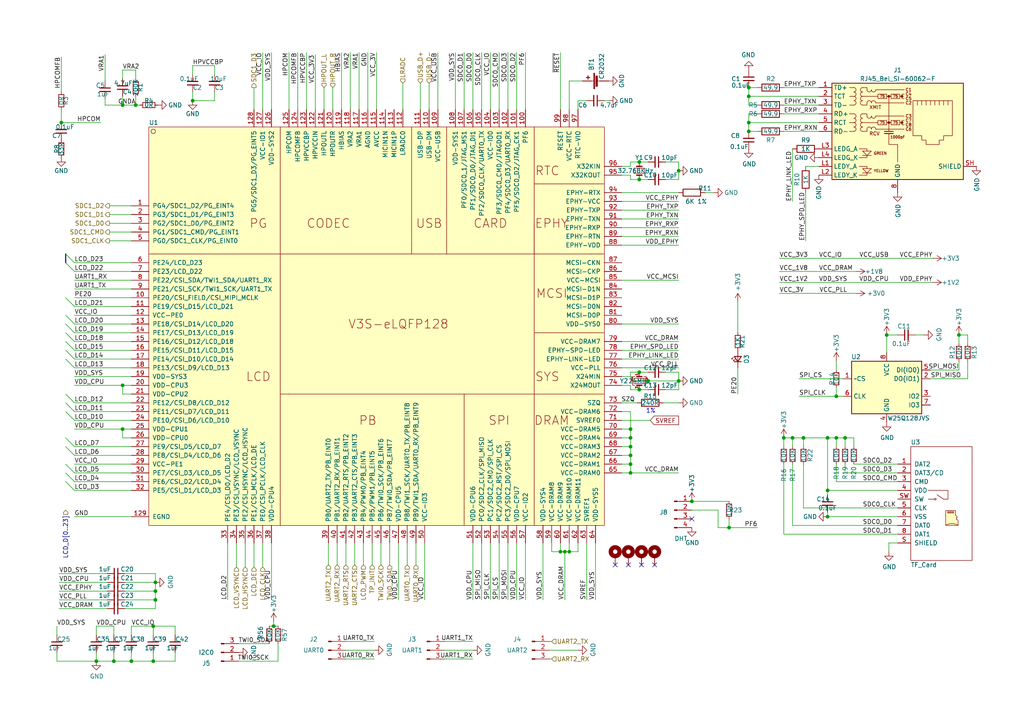
<source format=kicad_sch>
(kicad_sch (version 20210606) (generator eeschema)
  (paper "A4")
  (title_block (title "CPU") (date "2021-05-25"))
  (junction (at 17.78 35.56) (diameter 0.9144))
  (junction (at 27.94 191.77) (diameter 0.9144))
  (junction (at 33.02 191.77) (diameter 0.9144))
  (junction (at 35.56 30.48) (diameter 0.9144))
  (junction (at 35.56 111.76) (diameter 0.9144))
  (junction (at 35.56 124.46) (diameter 0.9144))
  (junction (at 38.1 191.77) (diameter 0.9144))
  (junction (at 39.37 30.48) (diameter 0.9144))
  (junction (at 44.45 181.61) (diameter 0.9144))
  (junction (at 44.45 191.77) (diameter 0.9144))
  (junction (at 45.085 168.91) (diameter 0.9144))
  (junction (at 45.085 171.45) (diameter 0.9144))
  (junction (at 45.085 173.99) (diameter 0.9144))
  (junction (at 55.88 29.21) (diameter 0.9144))
  (junction (at 79.375 181.61) (diameter 0.9144))
  (junction (at 162.56 160.02) (diameter 0.9144))
  (junction (at 163.83 160.02) (diameter 0.9144))
  (junction (at 165.1 160.02) (diameter 0.9144))
  (junction (at 182.88 124.46) (diameter 0.9144))
  (junction (at 182.88 127) (diameter 0.9144))
  (junction (at 182.88 129.54) (diameter 0.9144))
  (junction (at 182.88 132.08) (diameter 0.9144))
  (junction (at 182.88 134.62) (diameter 0.9144))
  (junction (at 182.88 137.16) (diameter 0.9144))
  (junction (at 185.42 46.99) (diameter 0.9144))
  (junction (at 185.42 52.07) (diameter 0.9144))
  (junction (at 185.42 107.95) (diameter 0.9144))
  (junction (at 185.42 113.03) (diameter 0.9144))
  (junction (at 187.96 110.49) (diameter 0.9144))
  (junction (at 196.85 49.53) (diameter 0.9144))
  (junction (at 196.85 110.49) (diameter 0.9144))
  (junction (at 200.66 145.415) (diameter 0.9144))
  (junction (at 211.455 153.035) (diameter 0.9144))
  (junction (at 217.17 25.4) (diameter 0.9144))
  (junction (at 217.17 27.94) (diameter 0.9144))
  (junction (at 217.17 35.56) (diameter 0.9144))
  (junction (at 217.17 38.1) (diameter 0.9144))
  (junction (at 227.33 127) (diameter 0.9144))
  (junction (at 229.87 127) (diameter 0.9144))
  (junction (at 233.045 127) (diameter 0.9144))
  (junction (at 240.03 127) (diameter 0.9144))
  (junction (at 240.03 142.24) (diameter 0.9144))
  (junction (at 240.03 149.86) (diameter 0.9144))
  (junction (at 242.57 114.935) (diameter 0.9144))
  (junction (at 242.57 127) (diameter 0.9144))
  (junction (at 245.11 127) (diameter 0.9144))
  (junction (at 257.175 97.155) (diameter 0.9144))
  (junction (at 278.13 97.155) (diameter 0.9144))
  (no_connect (at 178.435 163.83))
  (no_connect (at 182.245 163.83))
  (no_connect (at 186.055 163.83))
  (no_connect (at 189.865 163.83))
  (no_connect (at 200.66 150.495))
  (bus_entry (at 19.05 73.66) (size 2.54 2.54) (stroke (width 0.1524)))
  (bus_entry (at 19.05 76.2) (size 2.54 2.54) (stroke (width 0.1524)))
  (bus_entry (at 19.05 86.36) (size 2.54 2.54) (stroke (width 0.1524)))
  (bus_entry (at 19.05 91.44) (size 2.54 2.54) (stroke (width 0.1524)))
  (bus_entry (at 19.05 93.98) (size 2.54 2.54) (stroke (width 0.1524)))
  (bus_entry (at 19.05 96.52) (size 2.54 2.54) (stroke (width 0.1524)))
  (bus_entry (at 19.05 99.06) (size 2.54 2.54) (stroke (width 0.1524)))
  (bus_entry (at 19.05 101.6) (size 2.54 2.54) (stroke (width 0.1524)))
  (bus_entry (at 19.05 104.14) (size 2.54 2.54) (stroke (width 0.1524)))
  (bus_entry (at 19.05 114.3) (size 2.54 2.54) (stroke (width 0.1524)))
  (bus_entry (at 19.05 116.84) (size 2.54 2.54) (stroke (width 0.1524)))
  (bus_entry (at 19.05 119.38) (size 2.54 2.54) (stroke (width 0.1524)))
  (bus_entry (at 19.05 127) (size 2.54 2.54) (stroke (width 0.1524)))
  (bus_entry (at 19.05 129.54) (size 2.54 2.54) (stroke (width 0.1524)))
  (bus_entry (at 19.05 134.62) (size 2.54 2.54) (stroke (width 0.1524)))
  (bus_entry (at 19.05 137.16) (size 2.54 2.54) (stroke (width 0.1524)))
  (bus_entry (at 19.05 139.7) (size 2.54 2.54) (stroke (width 0.1524)))
  (wire (pts (xy 16.51 181.61) (xy 16.51 184.15)))
  (wire (pts (xy 16.51 191.77) (xy 16.51 189.23)))
  (wire (pts (xy 17.145 173.99) (xy 31.115 173.99)))
  (wire (pts (xy 17.145 176.53) (xy 31.115 176.53)))
  (wire (pts (xy 17.78 16.51) (xy 17.78 26.67)))
  (wire (pts (xy 17.78 31.75) (xy 17.78 35.56)))
  (wire (pts (xy 21.59 76.2) (xy 38.1 76.2)))
  (wire (pts (xy 21.59 78.74) (xy 38.1 78.74)))
  (wire (pts (xy 21.59 81.28) (xy 38.1 81.28)))
  (wire (pts (xy 21.59 83.82) (xy 38.1 83.82)))
  (wire (pts (xy 21.59 86.36) (xy 38.1 86.36)))
  (wire (pts (xy 21.59 91.44) (xy 38.1 91.44)))
  (wire (pts (xy 21.59 93.98) (xy 38.1 93.98)))
  (wire (pts (xy 21.59 99.06) (xy 38.1 99.06)))
  (wire (pts (xy 21.59 109.22) (xy 38.1 109.22)))
  (wire (pts (xy 21.59 111.76) (xy 35.56 111.76)))
  (wire (pts (xy 21.59 124.46) (xy 35.56 124.46)))
  (wire (pts (xy 21.59 134.62) (xy 38.1 134.62)))
  (wire (pts (xy 21.59 149.86) (xy 38.1 149.86)))
  (wire (pts (xy 27.94 181.61) (xy 27.94 184.15)))
  (wire (pts (xy 27.94 189.23) (xy 27.94 191.77)))
  (wire (pts (xy 27.94 191.77) (xy 16.51 191.77)))
  (wire (pts (xy 29.21 35.56) (xy 17.78 35.56)))
  (wire (pts (xy 30.48 23.495) (xy 30.48 15.875)))
  (wire (pts (xy 30.48 30.48) (xy 30.48 28.575)))
  (wire (pts (xy 31.115 166.37) (xy 17.145 166.37)))
  (wire (pts (xy 31.115 168.91) (xy 17.145 168.91)))
  (wire (pts (xy 31.115 171.45) (xy 17.145 171.45)))
  (wire (pts (xy 31.75 59.69) (xy 38.1 59.69)))
  (wire (pts (xy 31.75 62.23) (xy 38.1 62.23)))
  (wire (pts (xy 31.75 64.77) (xy 38.1 64.77)))
  (wire (pts (xy 31.75 67.31) (xy 38.1 67.31)))
  (wire (pts (xy 31.75 69.85) (xy 38.1 69.85)))
  (wire (pts (xy 33.02 181.61) (xy 27.94 181.61)))
  (wire (pts (xy 33.02 184.15) (xy 33.02 181.61)))
  (wire (pts (xy 33.02 189.23) (xy 33.02 191.77)))
  (wire (pts (xy 33.02 191.77) (xy 27.94 191.77)))
  (wire (pts (xy 35.56 20.32) (xy 39.37 20.32)))
  (wire (pts (xy 35.56 22.86) (xy 35.56 20.32)))
  (wire (pts (xy 35.56 27.94) (xy 35.56 30.48)))
  (wire (pts (xy 35.56 30.48) (xy 30.48 30.48)))
  (wire (pts (xy 35.56 111.76) (xy 35.56 114.3)))
  (wire (pts (xy 35.56 111.76) (xy 38.1 111.76)))
  (wire (pts (xy 35.56 114.3) (xy 38.1 114.3)))
  (wire (pts (xy 35.56 124.46) (xy 35.56 127)))
  (wire (pts (xy 35.56 124.46) (xy 38.1 124.46)))
  (wire (pts (xy 35.56 127) (xy 38.1 127)))
  (wire (pts (xy 36.195 173.99) (xy 45.085 173.99)))
  (wire (pts (xy 36.195 176.53) (xy 45.085 176.53)))
  (wire (pts (xy 38.1 88.9) (xy 21.59 88.9)))
  (wire (pts (xy 38.1 96.52) (xy 21.59 96.52)))
  (wire (pts (xy 38.1 101.6) (xy 21.59 101.6)))
  (wire (pts (xy 38.1 104.14) (xy 21.59 104.14)))
  (wire (pts (xy 38.1 106.68) (xy 21.59 106.68)))
  (wire (pts (xy 38.1 116.84) (xy 21.59 116.84)))
  (wire (pts (xy 38.1 119.38) (xy 21.59 119.38)))
  (wire (pts (xy 38.1 121.92) (xy 21.59 121.92)))
  (wire (pts (xy 38.1 129.54) (xy 21.59 129.54)))
  (wire (pts (xy 38.1 132.08) (xy 21.59 132.08)))
  (wire (pts (xy 38.1 137.16) (xy 21.59 137.16)))
  (wire (pts (xy 38.1 139.7) (xy 21.59 139.7)))
  (wire (pts (xy 38.1 142.24) (xy 21.59 142.24)))
  (wire (pts (xy 38.1 181.61) (xy 38.1 184.15)))
  (wire (pts (xy 38.1 189.23) (xy 38.1 191.77)))
  (wire (pts (xy 38.1 191.77) (xy 33.02 191.77)))
  (wire (pts (xy 38.1 191.77) (xy 44.45 191.77)))
  (wire (pts (xy 39.37 20.32) (xy 39.37 22.86)))
  (wire (pts (xy 39.37 27.94) (xy 39.37 30.48)))
  (wire (pts (xy 39.37 30.48) (xy 35.56 30.48)))
  (wire (pts (xy 40.64 30.48) (xy 39.37 30.48)))
  (wire (pts (xy 44.45 181.61) (xy 38.1 181.61)))
  (wire (pts (xy 44.45 184.15) (xy 44.45 181.61)))
  (wire (pts (xy 44.45 191.77) (xy 44.45 189.23)))
  (wire (pts (xy 44.45 191.77) (xy 50.8 191.77)))
  (wire (pts (xy 45.085 166.37) (xy 36.195 166.37)))
  (wire (pts (xy 45.085 166.37) (xy 45.085 168.91)))
  (wire (pts (xy 45.085 168.91) (xy 36.195 168.91)))
  (wire (pts (xy 45.085 168.91) (xy 45.085 171.45)))
  (wire (pts (xy 45.085 171.45) (xy 36.195 171.45)))
  (wire (pts (xy 45.085 173.99) (xy 45.085 171.45)))
  (wire (pts (xy 45.085 176.53) (xy 45.085 173.99)))
  (wire (pts (xy 50.8 181.61) (xy 44.45 181.61)))
  (wire (pts (xy 50.8 184.15) (xy 50.8 181.61)))
  (wire (pts (xy 50.8 191.77) (xy 50.8 189.23)))
  (wire (pts (xy 55.88 19.05) (xy 62.23 19.05)))
  (wire (pts (xy 55.88 21.59) (xy 55.88 19.05)))
  (wire (pts (xy 55.88 26.67) (xy 55.88 29.21)))
  (wire (pts (xy 55.88 29.21) (xy 62.23 29.21)))
  (wire (pts (xy 62.23 19.05) (xy 62.23 21.59)))
  (wire (pts (xy 62.23 26.67) (xy 62.23 29.21)))
  (wire (pts (xy 66.04 157.48) (xy 66.04 173.99)))
  (wire (pts (xy 68.58 157.48) (xy 68.58 164.465)))
  (wire (pts (xy 69.215 186.69) (xy 78.105 186.69)))
  (wire (pts (xy 69.215 191.77) (xy 80.645 191.77)))
  (wire (pts (xy 71.12 157.48) (xy 71.12 164.465)))
  (wire (pts (xy 73.66 25.4) (xy 73.66 31.75)))
  (wire (pts (xy 73.66 157.48) (xy 73.66 164.465)))
  (wire (pts (xy 76.2 15.24) (xy 76.2 31.75)))
  (wire (pts (xy 76.2 157.48) (xy 76.2 164.465)))
  (wire (pts (xy 78.105 181.61) (xy 79.375 181.61)))
  (wire (pts (xy 78.74 15.24) (xy 78.74 31.75)))
  (wire (pts (xy 78.74 173.99) (xy 78.74 157.48)))
  (wire (pts (xy 79.375 180.34) (xy 79.375 181.61)))
  (wire (pts (xy 79.375 181.61) (xy 80.645 181.61)))
  (wire (pts (xy 80.645 186.69) (xy 80.645 191.77)))
  (wire (pts (xy 83.82 15.24) (xy 83.82 31.75)))
  (wire (pts (xy 86.36 15.24) (xy 86.36 31.75)))
  (wire (pts (xy 88.9 15.24) (xy 88.9 31.75)))
  (wire (pts (xy 91.44 15.875) (xy 91.44 31.75)))
  (wire (pts (xy 93.98 25.4) (xy 93.98 31.75)))
  (wire (pts (xy 95.25 163.83) (xy 95.25 157.48)))
  (wire (pts (xy 96.52 25.4) (xy 96.52 31.75)))
  (wire (pts (xy 97.79 163.83) (xy 97.79 157.48)))
  (wire (pts (xy 99.06 15.24) (xy 99.06 31.75)))
  (wire (pts (xy 100.33 163.83) (xy 100.33 157.48)))
  (wire (pts (xy 100.33 186.055) (xy 108.585 186.055)))
  (wire (pts (xy 100.33 188.595) (xy 108.585 188.595)))
  (wire (pts (xy 100.33 191.135) (xy 108.585 191.135)))
  (wire (pts (xy 101.6 15.24) (xy 101.6 31.75)))
  (wire (pts (xy 102.87 163.83) (xy 102.87 157.48)))
  (wire (pts (xy 104.14 15.24) (xy 104.14 31.75)))
  (wire (pts (xy 105.41 163.83) (xy 105.41 157.48)))
  (wire (pts (xy 106.68 15.24) (xy 106.68 31.75)))
  (wire (pts (xy 107.95 163.83) (xy 107.95 157.48)))
  (wire (pts (xy 109.22 15.24) (xy 109.22 31.75)))
  (wire (pts (xy 110.49 163.83) (xy 110.49 157.48)))
  (wire (pts (xy 113.03 163.83) (xy 113.03 157.48)))
  (wire (pts (xy 115.57 173.99) (xy 115.57 157.48)))
  (wire (pts (xy 116.84 24.13) (xy 116.84 31.75)))
  (wire (pts (xy 118.11 163.83) (xy 118.11 157.48)))
  (wire (pts (xy 120.65 163.83) (xy 120.65 157.48)))
  (wire (pts (xy 121.92 24.13) (xy 121.92 31.75)))
  (wire (pts (xy 123.19 173.99) (xy 123.19 157.48)))
  (wire (pts (xy 124.46 24.13) (xy 124.46 31.75)))
  (wire (pts (xy 127 15.24) (xy 127 31.75)))
  (wire (pts (xy 128.905 186.055) (xy 137.16 186.055)))
  (wire (pts (xy 128.905 188.595) (xy 137.16 188.595)))
  (wire (pts (xy 128.905 191.135) (xy 137.16 191.135)))
  (wire (pts (xy 132.08 15.24) (xy 132.08 31.75)))
  (wire (pts (xy 134.62 15.24) (xy 134.62 31.75)))
  (wire (pts (xy 137.16 15.24) (xy 137.16 31.75)))
  (wire (pts (xy 137.16 173.99) (xy 137.16 157.48)))
  (wire (pts (xy 139.7 15.24) (xy 139.7 31.75)))
  (wire (pts (xy 139.7 157.48) (xy 139.7 173.99)))
  (wire (pts (xy 142.24 15.24) (xy 142.24 31.75)))
  (wire (pts (xy 142.24 173.99) (xy 142.24 157.48)))
  (wire (pts (xy 144.78 15.24) (xy 144.78 31.75)))
  (wire (pts (xy 144.78 157.48) (xy 144.78 173.99)))
  (wire (pts (xy 147.32 15.24) (xy 147.32 31.75)))
  (wire (pts (xy 147.32 157.48) (xy 147.32 173.99)))
  (wire (pts (xy 149.86 15.24) (xy 149.86 31.75)))
  (wire (pts (xy 149.86 173.99) (xy 149.86 157.48)))
  (wire (pts (xy 152.4 15.24) (xy 152.4 31.75)))
  (wire (pts (xy 152.4 173.99) (xy 152.4 157.48)))
  (wire (pts (xy 157.48 173.99) (xy 157.48 157.48)))
  (wire (pts (xy 159.385 186.055) (xy 160.02 186.055)))
  (wire (pts (xy 159.385 188.595) (xy 167.64 188.595)))
  (wire (pts (xy 159.385 191.135) (xy 160.02 191.135)))
  (wire (pts (xy 160.02 160.02) (xy 160.02 157.48)))
  (wire (pts (xy 162.56 15.24) (xy 162.56 31.75)))
  (wire (pts (xy 162.56 157.48) (xy 162.56 160.02)))
  (wire (pts (xy 162.56 160.02) (xy 160.02 160.02)))
  (wire (pts (xy 163.83 160.02) (xy 162.56 160.02)))
  (wire (pts (xy 163.83 173.99) (xy 163.83 160.02)))
  (wire (pts (xy 165.1 23.495) (xy 165.1 31.75)))
  (wire (pts (xy 165.1 23.495) (xy 168.91 23.495)))
  (wire (pts (xy 165.1 157.48) (xy 165.1 160.02)))
  (wire (pts (xy 165.1 160.02) (xy 163.83 160.02)))
  (wire (pts (xy 167.64 29.21) (xy 170.18 29.21)))
  (wire (pts (xy 167.64 31.75) (xy 167.64 29.21)))
  (wire (pts (xy 167.64 157.48) (xy 167.64 160.02)))
  (wire (pts (xy 167.64 160.02) (xy 165.1 160.02)))
  (wire (pts (xy 170.18 157.48) (xy 170.18 173.99)))
  (wire (pts (xy 172.72 173.99) (xy 172.72 157.48)))
  (wire (pts (xy 176.53 29.21) (xy 175.26 29.21)))
  (wire (pts (xy 180.34 50.8) (xy 182.88 50.8)))
  (wire (pts (xy 180.34 55.88) (xy 196.85 55.88)))
  (wire (pts (xy 180.34 58.42) (xy 196.85 58.42)))
  (wire (pts (xy 180.34 60.96) (xy 196.85 60.96)))
  (wire (pts (xy 180.34 63.5) (xy 196.85 63.5)))
  (wire (pts (xy 180.34 66.04) (xy 196.85 66.04)))
  (wire (pts (xy 180.34 68.58) (xy 196.85 68.58)))
  (wire (pts (xy 180.34 71.12) (xy 196.85 71.12)))
  (wire (pts (xy 180.34 93.98) (xy 196.85 93.98)))
  (wire (pts (xy 180.34 99.06) (xy 196.85 99.06)))
  (wire (pts (xy 180.34 101.6) (xy 196.85 101.6)))
  (wire (pts (xy 180.34 104.14) (xy 196.85 104.14)))
  (wire (pts (xy 180.34 106.68) (xy 196.85 106.68)))
  (wire (pts (xy 180.34 111.76) (xy 182.88 111.76)))
  (wire (pts (xy 180.34 116.84) (xy 184.785 116.84)))
  (wire (pts (xy 180.34 119.38) (xy 182.88 119.38)))
  (wire (pts (xy 180.34 121.92) (xy 188.595 121.92)))
  (wire (pts (xy 180.34 124.46) (xy 182.88 124.46)))
  (wire (pts (xy 180.34 129.54) (xy 182.88 129.54)))
  (wire (pts (xy 180.34 132.08) (xy 182.88 132.08)))
  (wire (pts (xy 180.34 137.16) (xy 182.88 137.16)))
  (wire (pts (xy 182.88 46.99) (xy 182.88 48.26)))
  (wire (pts (xy 182.88 48.26) (xy 180.34 48.26)))
  (wire (pts (xy 182.88 50.8) (xy 182.88 52.07)))
  (wire (pts (xy 182.88 52.07) (xy 185.42 52.07)))
  (wire (pts (xy 182.88 107.95) (xy 182.88 109.22)))
  (wire (pts (xy 182.88 109.22) (xy 180.34 109.22)))
  (wire (pts (xy 182.88 110.49) (xy 187.96 110.49)))
  (wire (pts (xy 182.88 111.76) (xy 182.88 113.03)))
  (wire (pts (xy 182.88 113.03) (xy 185.42 113.03)))
  (wire (pts (xy 182.88 119.38) (xy 182.88 124.46)))
  (wire (pts (xy 182.88 124.46) (xy 182.88 127)))
  (wire (pts (xy 182.88 127) (xy 180.34 127)))
  (wire (pts (xy 182.88 127) (xy 182.88 129.54)))
  (wire (pts (xy 182.88 129.54) (xy 182.88 132.08)))
  (wire (pts (xy 182.88 132.08) (xy 182.88 134.62)))
  (wire (pts (xy 182.88 134.62) (xy 180.34 134.62)))
  (wire (pts (xy 182.88 134.62) (xy 182.88 137.16)))
  (wire (pts (xy 182.88 137.16) (xy 196.85 137.16)))
  (wire (pts (xy 185.42 46.99) (xy 182.88 46.99)))
  (wire (pts (xy 185.42 52.07) (xy 187.96 52.07)))
  (wire (pts (xy 185.42 107.95) (xy 182.88 107.95)))
  (wire (pts (xy 185.42 113.03) (xy 187.96 113.03)))
  (wire (pts (xy 187.96 46.99) (xy 185.42 46.99)))
  (wire (pts (xy 187.96 107.95) (xy 185.42 107.95)))
  (wire (pts (xy 187.96 110.49) (xy 196.85 110.49)))
  (wire (pts (xy 193.04 46.99) (xy 196.85 46.99)))
  (wire (pts (xy 193.04 107.95) (xy 196.85 107.95)))
  (wire (pts (xy 196.85 46.99) (xy 196.85 49.53)))
  (wire (pts (xy 196.85 49.53) (xy 196.85 52.07)))
  (wire (pts (xy 196.85 52.07) (xy 193.04 52.07)))
  (wire (pts (xy 196.85 81.28) (xy 180.34 81.28)))
  (wire (pts (xy 196.85 107.95) (xy 196.85 110.49)))
  (wire (pts (xy 196.85 110.49) (xy 196.85 113.03)))
  (wire (pts (xy 196.85 113.03) (xy 193.04 113.03)))
  (wire (pts (xy 196.85 116.84) (xy 192.405 116.84)))
  (wire (pts (xy 200.66 145.415) (xy 211.455 145.415)))
  (wire (pts (xy 200.66 147.955) (xy 208.28 147.955)))
  (wire (pts (xy 207.01 55.88) (xy 204.47 55.88)))
  (wire (pts (xy 208.28 147.955) (xy 208.28 153.035)))
  (wire (pts (xy 208.28 153.035) (xy 211.455 153.035)))
  (wire (pts (xy 211.455 150.495) (xy 211.455 153.035)))
  (wire (pts (xy 211.455 153.035) (xy 219.71 153.035)))
  (wire (pts (xy 213.995 87.63) (xy 213.995 96.52)))
  (wire (pts (xy 213.995 106.68) (xy 213.995 114.3)))
  (wire (pts (xy 217.17 25.4) (xy 217.17 27.94)))
  (wire (pts (xy 217.17 25.4) (xy 219.71 25.4)))
  (wire (pts (xy 217.17 27.94) (xy 217.17 30.48)))
  (wire (pts (xy 217.17 30.48) (xy 219.71 30.48)))
  (wire (pts (xy 217.17 33.02) (xy 219.71 33.02)))
  (wire (pts (xy 217.17 35.56) (xy 217.17 33.02)))
  (wire (pts (xy 217.17 35.56) (xy 217.17 38.1)))
  (wire (pts (xy 217.17 35.56) (xy 237.49 35.56)))
  (wire (pts (xy 219.71 38.1) (xy 217.17 38.1)))
  (wire (pts (xy 226.06 74.93) (xy 270.51 74.93)))
  (wire (pts (xy 226.06 78.74) (xy 248.285 78.74)))
  (wire (pts (xy 226.06 81.915) (xy 270.51 81.915)))
  (wire (pts (xy 226.06 85.09) (xy 248.285 85.09)))
  (wire (pts (xy 227.33 25.4) (xy 237.49 25.4)))
  (wire (pts (xy 227.33 30.48) (xy 237.49 30.48)))
  (wire (pts (xy 227.33 33.02) (xy 237.49 33.02)))
  (wire (pts (xy 227.33 38.1) (xy 237.49 38.1)))
  (wire (pts (xy 227.33 127) (xy 227.33 129.54)))
  (wire (pts (xy 227.33 127) (xy 229.87 127)))
  (wire (pts (xy 227.33 134.62) (xy 227.33 154.94)))
  (wire (pts (xy 227.33 154.94) (xy 260.35 154.94)))
  (wire (pts (xy 229.87 58.42) (xy 229.87 43.18)))
  (wire (pts (xy 229.87 127) (xy 229.87 129.54)))
  (wire (pts (xy 229.87 127) (xy 233.045 127)))
  (wire (pts (xy 229.87 152.4) (xy 229.87 134.62)))
  (wire (pts (xy 229.87 152.4) (xy 260.35 152.4)))
  (wire (pts (xy 231.775 109.855) (xy 244.475 109.855)))
  (wire (pts (xy 231.775 114.935) (xy 242.57 114.935)))
  (wire (pts (xy 233.045 127) (xy 233.045 129.54)))
  (wire (pts (xy 233.045 127) (xy 240.03 127)))
  (wire (pts (xy 233.045 134.62) (xy 233.045 147.32)))
  (wire (pts (xy 233.045 147.32) (xy 260.35 147.32)))
  (wire (pts (xy 233.68 48.26) (xy 237.49 48.26)))
  (wire (pts (xy 233.68 69.85) (xy 233.68 55.88)))
  (wire (pts (xy 237.49 27.94) (xy 217.17 27.94)))
  (wire (pts (xy 240.03 127) (xy 240.03 142.24)))
  (wire (pts (xy 240.03 142.24) (xy 240.03 143.51)))
  (wire (pts (xy 240.03 148.59) (xy 240.03 149.86)))
  (wire (pts (xy 240.03 149.86) (xy 260.35 149.86)))
  (wire (pts (xy 242.57 104.775) (xy 242.57 107.315)))
  (wire (pts (xy 242.57 112.395) (xy 242.57 114.935)))
  (wire (pts (xy 242.57 114.935) (xy 244.475 114.935)))
  (wire (pts (xy 242.57 127) (xy 240.03 127)))
  (wire (pts (xy 242.57 127) (xy 242.57 129.54)))
  (wire (pts (xy 242.57 139.7) (xy 242.57 134.62)))
  (wire (pts (xy 242.57 139.7) (xy 260.35 139.7)))
  (wire (pts (xy 245.11 127) (xy 242.57 127)))
  (wire (pts (xy 245.11 127) (xy 245.11 129.54)))
  (wire (pts (xy 245.11 137.16) (xy 245.11 134.62)))
  (wire (pts (xy 245.11 137.16) (xy 260.35 137.16)))
  (wire (pts (xy 247.65 127) (xy 245.11 127)))
  (wire (pts (xy 247.65 127) (xy 247.65 129.54)))
  (wire (pts (xy 257.175 102.235) (xy 257.175 97.155)))
  (wire (pts (xy 257.81 157.48) (xy 260.35 157.48)))
  (wire (pts (xy 257.81 160.02) (xy 257.81 157.48)))
  (wire (pts (xy 260.35 97.155) (xy 257.175 97.155)))
  (wire (pts (xy 260.35 134.62) (xy 247.65 134.62)))
  (wire (pts (xy 260.35 142.24) (xy 240.03 142.24)))
  (wire (pts (xy 265.43 97.155) (xy 267.97 97.155)))
  (wire (pts (xy 269.875 107.315) (xy 278.13 107.315)))
  (wire (pts (xy 269.875 109.855) (xy 280.67 109.855)))
  (wire (pts (xy 278.13 97.155) (xy 278.13 99.695)))
  (wire (pts (xy 278.13 97.155) (xy 280.67 97.155)))
  (wire (pts (xy 278.13 104.775) (xy 278.13 107.315)))
  (wire (pts (xy 280.67 97.155) (xy 280.67 99.695)))
  (wire (pts (xy 280.67 104.775) (xy 280.67 109.855)))
  (bus (pts (xy 19.05 73.66) (xy 19.05 147.955)))
  (text "1%" (at 187.325 120.015 0) (effects (font (size 1.27 1.27)) (justify left bottom)))
  (label "VDD_SYS" (at 16.51 181.61 0))
  (label "VDD_SYS" (at 17.145 166.37 0))
  (label "VDD_CPU" (at 17.145 168.91 0))
  (label "VCC_EPHY" (at 17.145 171.45 0))
  (label "VCC_PLL" (at 17.145 173.99 0))
  (label "VCC_DRAM" (at 17.145 176.53 0))
  (label "HPCOMFB" (at 17.78 16.51 270))
  (label "LCD_D23" (at 21.59 76.2 0))
  (label "LCD_D22" (at 21.59 78.74 0))
  (label "UART1_RX" (at 21.59 81.28 0))
  (label "UART1_TX" (at 21.59 83.82 0))
  (label "PE20" (at 21.59 86.36 0))
  (label "LCD_D21" (at 21.59 88.9 0))
  (label "VCC_IO" (at 21.59 91.44 0))
  (label "LCD_D20" (at 21.59 93.98 0))
  (label "LCD_D19" (at 21.59 96.52 0))
  (label "LCD_D18" (at 21.59 99.06 0))
  (label "LCD_D15" (at 21.59 101.6 0))
  (label "LCD_D14" (at 21.59 104.14 0))
  (label "LCD_D13" (at 21.59 106.68 0))
  (label "VDD_SYS" (at 21.59 109.22 0))
  (label "VDD_CPU" (at 21.59 111.76 0))
  (label "LCD_D12" (at 21.59 116.84 0))
  (label "LCD_D11" (at 21.59 119.38 0))
  (label "LCD_D10" (at 21.59 121.92 0))
  (label "VDD_CPU" (at 21.59 124.46 0))
  (label "LCD_D7" (at 21.59 129.54 0))
  (label "LCD_D6" (at 21.59 132.08 0))
  (label "VCC_IO" (at 21.59 134.62 0))
  (label "LCD_D5" (at 21.59 137.16 0))
  (label "LCD_D4" (at 21.59 139.7 0))
  (label "LCD_D3" (at 21.59 142.24 0))
  (label "GND" (at 21.59 149.86 0))
  (label "VDD_CPU" (at 27.94 181.61 0))
  (label "HPCOM" (at 29.21 35.56 180))
  (label "VRA1" (at 30.48 15.875 270))
  (label "VRA2" (at 35.56 20.32 0))
  (label "VCC_IO" (at 38.1 181.61 0))
  (label "GNDA" (at 39.37 30.48 180))
  (label "HPVCCBP" (at 55.88 19.05 0))
  (label "LCD_D2" (at 66.04 173.99 90))
  (label "VCC_IO" (at 76.2 15.24 270))
  (label "TWI0_SDA" (at 78.105 186.69 180))
  (label "TWI0_SCK" (at 78.105 191.77 180))
  (label "VDD_SYS" (at 78.74 15.24 270))
  (label "VDD_CPU" (at 78.74 173.99 90))
  (label "HPCOM" (at 83.82 15.24 270))
  (label "HPCOMFB" (at 86.36 15.24 270))
  (label "HPVCCBP" (at 88.9 15.24 270))
  (label "VCC_3V3" (at 91.44 15.875 270))
  (label "HBIAS" (at 99.06 15.24 270))
  (label "VRA2" (at 101.6 15.24 270))
  (label "VRA1" (at 104.14 15.24 270))
  (label "GND" (at 106.68 15.24 270))
  (label "UART0_TX" (at 108.585 186.055 180))
  (label "UART0_RX" (at 108.585 191.135 180))
  (label "VCC_3V" (at 109.22 15.24 270))
  (label "VDD_CPU" (at 115.57 173.99 90))
  (label "VCC_IO" (at 123.19 173.99 90))
  (label "VCC_USB" (at 127 15.24 270))
  (label "VDD_SYS" (at 132.08 15.24 270))
  (label "SDC0_D1" (at 134.62 15.24 270))
  (label "SDC0_D0" (at 137.16 15.24 270))
  (label "VDD_CPU" (at 137.16 173.99 90))
  (label "UART1_TX" (at 137.16 186.055 180))
  (label "UART1_RX" (at 137.16 191.135 180))
  (label "SDC0_CLK" (at 139.7 15.24 270))
  (label "SPI_MISO" (at 139.7 173.99 90))
  (label "VCC_IO" (at 142.24 15.24 270))
  (label "SPI_CLK" (at 142.24 173.99 90))
  (label "SDC0_CMD" (at 144.78 15.24 270))
  (label "SPI_CS" (at 144.78 173.99 90))
  (label "SDC0_D3" (at 147.32 15.24 270))
  (label "SPI_MOSI" (at 147.32 173.99 90))
  (label "SDC0_D2" (at 149.86 15.24 270))
  (label "VDD_CPU" (at 149.86 173.99 90))
  (label "PF6" (at 152.4 15.24 270))
  (label "VCC_IO" (at 152.4 173.99 90))
  (label "VDD_SYS" (at 157.48 173.99 90))
  (label "~{RESET}" (at 162.56 15.24 270))
  (label "VCC_DRAM" (at 163.83 173.99 90))
  (label "SVREF" (at 170.18 173.99 90))
  (label "VDD_SYS" (at 172.72 173.99 90))
  (label "SZQ" (at 184.15 116.84 180))
  (label "VCC_EPHY" (at 196.85 58.42 180))
  (label "EPHY_TXP" (at 196.85 60.96 180))
  (label "EPHY_TXN" (at 196.85 63.5 180))
  (label "EPHY_RXP" (at 196.85 66.04 180))
  (label "EPHY_RXN" (at 196.85 68.58 180))
  (label "VDD_EPHY" (at 196.85 71.12 180))
  (label "VCC_MCSI" (at 196.85 81.28 180))
  (label "VDD_SYS" (at 196.85 93.98 180))
  (label "VCC_DRAM" (at 196.85 99.06 180))
  (label "EPHY_SPD_LED" (at 196.85 101.6 180))
  (label "EPHY_LINK_LED" (at 196.85 104.14 180))
  (label "VCC_PLL" (at 196.85 106.68 180))
  (label "VCC_DRAM" (at 196.85 137.16 180))
  (label "PE20" (at 213.995 114.3 90))
  (label "PF6" (at 219.71 153.035 180))
  (label "VCC_3V3" (at 226.06 74.93 0))
  (label "VCC_1V8" (at 226.06 78.74 0))
  (label "VCC_1V2" (at 226.06 81.915 0))
  (label "VCC_3V" (at 226.06 85.09 0))
  (label "EPHY_TXP" (at 227.33 25.4 0))
  (label "EPHY_TXN" (at 227.33 30.48 0))
  (label "EPHY_RXP" (at 227.33 33.02 0))
  (label "EPHY_RXN" (at 227.33 38.1 0))
  (label "EPHY_LINK_LED" (at 229.87 58.42 90))
  (label "SPI_CS" (at 231.775 109.855 0))
  (label "SPI_CLK" (at 231.775 114.935 0))
  (label "EPHY_SPD_LED" (at 233.68 69.85 90))
  (label "VCC_IO" (at 237.49 74.93 0))
  (label "VCC_DRAM" (at 237.49 78.74 0))
  (label "VDD_SYS" (at 237.49 81.915 0))
  (label "VCC_PLL" (at 245.745 85.09 180))
  (label "SDC0_D2" (at 250.19 134.62 0))
  (label "SDC0_D3" (at 250.19 137.16 0))
  (label "SDC0_CMD" (at 250.19 139.7 0))
  (label "SDC0_CLK" (at 250.19 147.32 0))
  (label "SDC0_D0" (at 250.19 152.4 0))
  (label "SDC0_D1" (at 250.19 154.94 0))
  (label "VCC_USB" (at 257.81 74.93 180))
  (label "VDD_CPU" (at 257.81 81.915 180))
  (label "VCC_EPHY" (at 270.51 74.93 180))
  (label "VDD_EPHY" (at 270.51 81.915 180))
  (label "SPI_MOSI" (at 278.13 107.315 180))
  (label "SPI_MISO" (at 278.765 109.855 180))
  (global_label "SVREF" (shape input) (at 188.595 121.92 0) (property "Intersheet References" "${INTERSHEET_REFS}" (effects hide)))
  (hierarchical_label "LCD_D[0..23]" (shape input) (at 19.05 147.955 270))
  (hierarchical_label "SDC1_D2" (shape output) (at 31.75 59.69 180))
  (hierarchical_label "SDC1_D1" (shape output) (at 31.75 62.23 180))
  (hierarchical_label "SDC1_D0" (shape output) (at 31.75 64.77 180))
  (hierarchical_label "SDC1_CMD" (shape output) (at 31.75 67.31 180))
  (hierarchical_label "SDC1_CLK" (shape output) (at 31.75 69.85 180))
  (hierarchical_label "LCD_VSYNC" (shape input) (at 68.58 164.465 270))
  (hierarchical_label "LCD_HSYNC" (shape input) (at 71.12 164.465 270))
  (hierarchical_label "SDC1_D3" (shape output) (at 73.66 25.4 90))
  (hierarchical_label "LCD_DE" (shape input) (at 73.66 164.465 270))
  (hierarchical_label "LCD_CLK" (shape input) (at 76.2 164.465 270))
  (hierarchical_label "HPOUT_L" (shape input) (at 93.98 25.4 90))
  (hierarchical_label "UART2_TX" (shape input) (at 95.25 163.83 270))
  (hierarchical_label "HPOUT_R" (shape input) (at 96.52 25.4 90))
  (hierarchical_label "UART2_RX" (shape input) (at 97.79 163.83 270))
  (hierarchical_label "UART2_RTS" (shape input) (at 100.33 163.83 270))
  (hierarchical_label "UART2_CTS" (shape input) (at 102.87 163.83 270))
  (hierarchical_label "LCD_PWM" (shape input) (at 105.41 163.83 270))
  (hierarchical_label "TP_INIT" (shape input) (at 107.95 163.83 270))
  (hierarchical_label "TWI0_SCK" (shape input) (at 110.49 163.83 270))
  (hierarchical_label "TWI0_SDA" (shape input) (at 113.03 163.83 270))
  (hierarchical_label "LRADC" (shape input) (at 116.84 24.13 90))
  (hierarchical_label "UART0_TX" (shape input) (at 118.11 163.83 270))
  (hierarchical_label "UART0_RX" (shape input) (at 120.65 163.83 270))
  (hierarchical_label "USB_D+" (shape input) (at 121.92 24.13 90))
  (hierarchical_label "USB_D-" (shape input) (at 124.46 24.13 90))
  (hierarchical_label "UART2_TX" (shape input) (at 160.02 186.055 0))
  (hierarchical_label "UART2_RX" (shape input) (at 160.02 191.135 0))
  (symbol (lib_id "power:+3V3") (at 79.375 180.34 0) (unit 1)
    (property "Reference" "#PWR0138" (effects hide))
    (property "Value" "+3V3" (at 79.3749 177.8 90) (effects (justify left)))
  )
  (symbol (lib_id "power:+3V3") (at 200.66 145.415 0) (unit 1)
    (property "Reference" "#PWR026" (effects hide))
    (property "Value" "+3V3" (at 200.6599 142.875 90) (effects (justify left)))
  )
  (symbol (lib_id "power:+3V3") (at 213.995 87.63 0) (unit 1)
    (property "Reference" "#PWR0109" (effects hide))
    (property "Value" "+3V3" (at 213.9949 84.455 90) (effects (justify left)))
  )
  (symbol (lib_id "power:+3V3") (at 227.33 127 0) (unit 1)
    (property "Reference" "#PWR025" (effects hide))
    (property "Value" "+3V3" (at 227.3299 124.46 90) (effects (justify left)))
  )
  (symbol (lib_id "power:+3V3") (at 242.57 104.775 0) (unit 1)
    (property "Reference" "#PWR021" (effects hide))
    (property "Value" "+3V3" (at 242.5699 102.235 90) (effects (justify left)))
  )
  (symbol (lib_id "power:+1V8") (at 248.285 78.74 270) (unit 1)
    (property "Reference" "#PWR015" (effects hide))
    (property "Value" "+1V8" (at 250.825 78.7399 90) (effects (justify left)))
  )
  (symbol (lib_id "power:+3V0") (at 248.285 85.09 270) (unit 1)
    (property "Reference" "#PWR017" (effects hide))
    (property "Value" "+3V0" (at 251.46 85.0899 90) (effects (justify left)))
  )
  (symbol (lib_id "power:+3V3") (at 257.175 97.155 0) (unit 1)
    (property "Reference" "#PWR018" (effects hide))
    (property "Value" "+3V3" (at 257.1749 94.615 90) (effects (justify left)))
  )
  (symbol (lib_id "power:+3V3") (at 270.51 74.93 270) (unit 1)
    (property "Reference" "#PWR014" (effects hide))
    (property "Value" "+3V3" (at 273.05 74.9299 90) (effects (justify left)))
  )
  (symbol (lib_id "power:+1V2") (at 270.51 81.915 270) (unit 1)
    (property "Reference" "#PWR016" (effects hide))
    (property "Value" "+1V2" (at 273.05 81.9149 90) (effects (justify left)))
  )
  (symbol (lib_id "power:+3V3") (at 278.13 97.155 0) (unit 1)
    (property "Reference" "#PWR020" (effects hide))
    (property "Value" "+3V3" (at 278.1299 94.615 90) (effects (justify left)))
  )
  (symbol (lib_id "power:GND") (at 17.78 45.72 0) (mirror y) (unit 1)
    (property "Reference" "#PWR07" (effects hide))
    (property "Value" "GND" (at 17.78 49.53 0))
  )
  (symbol (lib_id "power:GND") (at 27.94 191.77 0) (unit 1)
    (property "Reference" "#PWR0122" (effects hide))
    (property "Value" "GND" (at 28.067 196.1642 0))
  )
  (symbol (lib_id "power:GND") (at 45.085 168.91 90) (unit 1)
    (property "Reference" "#PWR0123" (effects hide))
    (property "Value" "GND" (at 49.4792 168.783 0))
  )
  (symbol (lib_id "power:GND") (at 45.72 30.48 90) (unit 1)
    (property "Reference" "#PWR05" (effects hide))
    (property "Value" "GND" (at 50.8 30.48 90))
  )
  (symbol (lib_id "power:GND") (at 55.88 29.21 0) (unit 1)
    (property "Reference" "#PWR03" (effects hide))
    (property "Value" "GND" (at 55.88 33.02 0))
  )
  (symbol (lib_id "power:GND") (at 69.215 189.23 90) (unit 1)
    (property "Reference" "#PWR034" (effects hide))
    (property "Value" "GND" (at 73.6092 189.103 0))
  )
  (symbol (lib_id "power:GND") (at 108.585 188.595 90) (unit 1)
    (property "Reference" "#PWR0130" (effects hide))
    (property "Value" "GND" (at 112.9792 188.468 0))
  )
  (symbol (lib_id "power:GND") (at 137.16 188.595 90) (unit 1)
    (property "Reference" "#PWR032" (effects hide))
    (property "Value" "GND" (at 141.5542 188.468 0))
  )
  (symbol (lib_id "power:GND") (at 167.64 188.595 90) (unit 1)
    (property "Reference" "#PWR033" (effects hide))
    (property "Value" "GND" (at 172.0342 188.468 0))
  )
  (symbol (lib_id "power:GND") (at 176.53 23.495 90) (unit 1)
    (property "Reference" "#PWR02" (effects hide))
    (property "Value" "GND" (at 180.34 23.495 0))
  )
  (symbol (lib_id "power:GND") (at 176.53 29.21 90) (unit 1)
    (property "Reference" "#PWR04" (effects hide))
    (property "Value" "GND" (at 181.61 29.21 90))
  )
  (symbol (lib_id "power:GND") (at 196.85 49.53 90) (unit 1)
    (property "Reference" "#PWR010" (effects hide))
    (property "Value" "GND" (at 201.93 49.53 90))
  )
  (symbol (lib_id "power:GND") (at 196.85 110.49 90) (unit 1)
    (property "Reference" "#PWR022" (effects hide))
    (property "Value" "GND" (at 201.93 110.49 90))
  )
  (symbol (lib_id "power:GND") (at 196.85 116.84 90) (unit 1)
    (property "Reference" "#PWR023" (effects hide))
    (property "Value" "GND" (at 201.93 116.84 90))
  )
  (symbol (lib_id "power:GND") (at 200.66 153.035 0) (unit 1)
    (property "Reference" "#PWR029" (effects hide))
    (property "Value" "GND" (at 200.787 157.4292 0))
  )
  (symbol (lib_id "power:GND") (at 207.01 55.88 90) (unit 1)
    (property "Reference" "#PWR012" (effects hide))
    (property "Value" "GND" (at 212.09 55.88 90))
  )
  (symbol (lib_id "power:GND") (at 217.17 20.32 180) (unit 1)
    (property "Reference" "#PWR01" (effects hide))
    (property "Value" "GND" (at 217.043 15.9258 0))
  )
  (symbol (lib_id "power:GND") (at 217.17 43.18 0) (unit 1)
    (property "Reference" "#PWR06" (effects hide))
    (property "Value" "GND" (at 217.297 47.5742 0))
  )
  (symbol (lib_id "power:GND") (at 237.49 45.72 270) (unit 1)
    (property "Reference" "#PWR08" (effects hide))
    (property "Value" "GND" (at 232.41 45.72 90))
  )
  (symbol (lib_id "power:GND") (at 237.49 50.8 0) (mirror y) (unit 1)
    (property "Reference" "#PWR011" (effects hide))
    (property "Value" "GND" (at 237.49 55.88 90))
  )
  (symbol (lib_id "power:GND") (at 240.03 149.86 270) (unit 1)
    (property "Reference" "#PWR027" (effects hide))
    (property "Value" "GND" (at 234.95 149.86 90))
  )
  (symbol (lib_id "power:GND") (at 257.175 122.555 0) (unit 1)
    (property "Reference" "#PWR024" (effects hide))
    (property "Value" "GND" (at 257.302 126.9492 0))
  )
  (symbol (lib_id "power:GND") (at 257.81 160.02 0) (unit 1)
    (property "Reference" "#PWR028" (effects hide))
    (property "Value" "GND" (at 257.937 164.4142 0))
  )
  (symbol (lib_id "power:GND") (at 260.35 55.88 0) (unit 1)
    (property "Reference" "#PWR013" (effects hide))
    (property "Value" "GND" (at 260.477 59.1312 90) (effects (justify right)))
  )
  (symbol (lib_id "power:GND") (at 267.97 97.155 90) (unit 1)
    (property "Reference" "#PWR019" (effects hide))
    (property "Value" "GND" (at 272.3642 97.028 0))
  )
  (symbol (lib_id "power:GND") (at 283.21 48.26 0) (unit 1)
    (property "Reference" "#PWR09" (effects hide))
    (property "Value" "GND" (at 283.337 51.5112 90) (effects (justify right)))
  )
  (symbol (lib_id "Device:R_Small") (at 17.78 29.21 0) (mirror x) (unit 1)
    (property "Reference" "R3" (at 19.05 29.21 90))
    (property "Value" "0R" (at 17.78 29.21 90))
    (property "Footprint" "Resistor_SMD:R_0603_1608Metric" (effects hide))
    (property "Datasheet" "~{}" (effects hide))
  )
  (symbol (lib_id "Device:R_Small") (at 17.78 43.18 0) (mirror y) (unit 1)
    (property "Reference" "R8" (at 16.51 43.18 90))
    (property "Value" "33R" (at 17.78 43.18 90))
    (property "Footprint" "Resistor_SMD:R_0603_1608Metric" (effects hide))
    (property "Datasheet" "~{}" (effects hide))
  )
  (symbol (lib_id "Device:R_Small") (at 39.37 25.4 0) (unit 1)
    (property "Reference" "R1" (at 40.64 25.4 90))
    (property "Value" "200K" (at 39.37 25.4 90))
    (property "Footprint" "Resistor_SMD:R_0603_1608Metric" (effects hide))
    (property "Datasheet" "~{}" (effects hide))
  )
  (symbol (lib_id "Device:R_Small") (at 43.18 30.48 90) (unit 1)
    (property "Reference" "R4" (at 43.18 29.21 90))
    (property "Value" "0R" (at 43.18 30.48 90))
    (property "Footprint" "Resistor_SMD:R_0603_1608Metric" (effects hide))
    (property "Datasheet" "~{}" (effects hide))
  )
  (symbol (lib_id "Device:R_Small") (at 78.105 184.15 180) (unit 1)
    (property "Reference" "R56" (at 75.565 183.515 90))
    (property "Value" "10K" (at 78.105 184.15 90))
    (property "Footprint" "Resistor_SMD:R_0603_1608Metric" (effects hide))
    (property "Datasheet" "~{}" (effects hide))
  )
  (symbol (lib_id "Device:R_Small") (at 80.645 184.15 180) (unit 1)
    (property "Reference" "R57" (at 82.55 184.15 90))
    (property "Value" "10K" (at 80.645 184.15 90))
    (property "Footprint" "Resistor_SMD:R_0603_1608Metric" (effects hide))
    (property "Datasheet" "~{}" (effects hide))
  )
  (symbol (lib_id "Device:R_Small") (at 211.455 147.955 180) (unit 1)
    (property "Reference" "R23" (at 213.36 147.955 0))
    (property "Value" "10K" (at 211.455 147.955 90))
    (property "Footprint" "Resistor_SMD:R_0603_1608Metric" (effects hide))
    (property "Datasheet" "~{}" (effects hide))
  )
  (symbol (lib_id "Device:R_Small") (at 213.995 99.06 0) (unit 1)
    (property "Reference" "R21" (at 215.265 99.06 90))
    (property "Value" "1K" (at 213.995 99.06 90))
    (property "Footprint" "Resistor_SMD:R_0603_1608Metric" (effects hide))
    (property "Datasheet" "~{}" (effects hide))
  )
  (symbol (lib_id "Device:R_Small") (at 227.33 132.08 180) (unit 1)
    (property "Reference" "R16" (at 227.33 137.795 90))
    (property "Value" "10K" (at 227.33 132.08 90))
    (property "Footprint" "Resistor_SMD:R_0603_1608Metric" (effects hide))
    (property "Datasheet" "~{}" (effects hide))
  )
  (symbol (lib_id "Device:R_Small") (at 229.87 132.08 180) (unit 1)
    (property "Reference" "R17" (at 229.87 137.795 90))
    (property "Value" "10K" (at 229.87 132.08 90))
    (property "Footprint" "Resistor_SMD:R_0603_1608Metric" (effects hide))
    (property "Datasheet" "~{}" (effects hide))
  )
  (symbol (lib_id "Device:R_Small") (at 233.045 132.08 0) (unit 1)
    (property "Reference" "R22" (at 234.95 132.08 90))
    (property "Value" "10K" (at 233.045 132.08 90))
    (property "Footprint" "Resistor_SMD:R_0603_1608Metric" (effects hide))
    (property "Datasheet" "~{}" (effects hide))
  )
  (symbol (lib_id "Device:R_Small") (at 242.57 109.855 180) (unit 1)
    (property "Reference" "R14" (at 241.3 109.855 90))
    (property "Value" "10K" (at 242.57 109.855 90))
    (property "Footprint" "Resistor_SMD:R_0603_1608Metric" (effects hide))
    (property "Datasheet" "~{}" (effects hide))
  )
  (symbol (lib_id "Device:R_Small") (at 242.57 132.08 180) (unit 1)
    (property "Reference" "R18" (at 242.57 137.16 90))
    (property "Value" "10K" (at 242.57 132.08 90))
    (property "Footprint" "Resistor_SMD:R_0603_1608Metric" (effects hide))
    (property "Datasheet" "~{}" (effects hide))
  )
  (symbol (lib_id "Device:R_Small") (at 245.11 132.08 180) (unit 1)
    (property "Reference" "R19" (at 245.11 137.16 90))
    (property "Value" "10K" (at 245.11 132.08 90))
    (property "Footprint" "Resistor_SMD:R_0603_1608Metric" (effects hide))
    (property "Datasheet" "~{}" (effects hide))
  )
  (symbol (lib_id "Device:R_Small") (at 247.65 132.08 180) (unit 1)
    (property "Reference" "R20" (at 247.65 137.16 90))
    (property "Value" "10K" (at 247.65 132.08 90))
    (property "Footprint" "Resistor_SMD:R_0603_1608Metric" (effects hide))
    (property "Datasheet" "~{}" (effects hide))
  )
  (symbol (lib_id "Device:R_Small") (at 278.13 102.235 180) (unit 1)
    (property "Reference" "R12" (at 276.225 102.235 90))
    (property "Value" "10K" (at 278.13 102.235 90))
    (property "Footprint" "Resistor_SMD:R_0603_1608Metric" (effects hide))
    (property "Datasheet" "~{}" (effects hide))
  )
  (symbol (lib_id "Device:R_Small") (at 280.67 102.235 180) (unit 1)
    (property "Reference" "R13" (at 282.575 102.235 90))
    (property "Value" "10K" (at 280.67 102.235 90))
    (property "Footprint" "Resistor_SMD:R_0603_1608Metric" (effects hide))
    (property "Datasheet" "~{}" (effects hide))
  )
  (symbol (lib_id "Device:LED_Small") (at 213.995 104.14 90) (unit 1)
    (property "Reference" "D3" (at 216.535 104.14 0))
    (property "Value" "LED_Small" (effects hide))
    (property "Footprint" "LED_SMD:LED_0603_1608Metric" (effects hide))
    (property "Datasheet" "~{}" (effects hide))
  )
  (symbol (lib_id "Device:Crystal_Small") (at 185.42 49.53 270) (unit 1)
    (property "Reference" "Y1" (at 184.15 45.72 90) (effects (justify left)))
    (property "Value" "32.768KHz" (at 179.07 49.53 90) (effects (justify left)))
    (property "Footprint" "Crystal:Crystal_SMD_2012-2Pin_2.0x1.2mm_HandSoldering" (effects hide))
    (property "Datasheet" "~{}" (effects hide))
  )
  (symbol (lib_id "Device:R") (at 188.595 116.84 90) (unit 1)
    (property "Reference" "R15" (at 188.595 114.935 90))
    (property "Value" "240R" (at 188.595 116.84 90))
    (property "Footprint" "Resistor_SMD:R_0603_1608Metric" (effects hide))
    (property "Datasheet" "~{}" (effects hide))
  )
  (symbol (lib_id "Device:R") (at 200.66 55.88 90) (mirror x) (unit 1)
    (property "Reference" "R11" (at 204.47 54.61 90))
    (property "Value" "6K 1%" (at 201.93 58.42 90))
    (property "Footprint" "Resistor_SMD:R_0603_1608Metric" (effects hide))
    (property "Datasheet" "~{}" (effects hide))
  )
  (symbol (lib_id "Device:R") (at 223.52 25.4 90) (unit 1)
    (property "Reference" "R2" (at 223.52 22.86 90))
    (property "Value" "49.9" (at 223.52 25.4 90))
    (property "Footprint" "Resistor_SMD:R_0603_1608Metric" (effects hide))
    (property "Datasheet" "~{}" (effects hide))
  )
  (symbol (lib_id "Device:R") (at 223.52 30.48 90) (unit 1)
    (property "Reference" "R5" (at 218.44 30.48 90))
    (property "Value" "49.9" (at 223.52 30.48 90))
    (property "Footprint" "Resistor_SMD:R_0603_1608Metric" (effects hide))
    (property "Datasheet" "~{}" (effects hide))
  )
  (symbol (lib_id "Device:R") (at 223.52 33.02 90) (unit 1)
    (property "Reference" "R6" (at 218.44 33.02 90))
    (property "Value" "49.9" (at 223.52 33.02 90))
    (property "Footprint" "Resistor_SMD:R_0603_1608Metric" (effects hide))
    (property "Datasheet" "~{}" (effects hide))
  )
  (symbol (lib_id "Device:R") (at 223.52 38.1 90) (unit 1)
    (property "Reference" "R7" (at 223.52 40.64 90))
    (property "Value" "49.9" (at 223.52 38.1 90))
    (property "Footprint" "Resistor_SMD:R_0603_1608Metric" (effects hide))
    (property "Datasheet" "~{}" (effects hide))
  )
  (symbol (lib_id "Device:R") (at 233.68 43.18 90) (unit 1)
    (property "Reference" "R9" (at 233.68 40.64 90))
    (property "Value" "1K" (at 233.68 43.18 90))
    (property "Footprint" "Resistor_SMD:R_0603_1608Metric" (effects hide))
    (property "Datasheet" "~{}" (effects hide))
  )
  (symbol (lib_id "Device:R") (at 233.68 52.07 0) (mirror x) (unit 1)
    (property "Reference" "R10" (at 231.14 52.07 90))
    (property "Value" "1K" (at 233.68 52.07 90))
    (property "Footprint" "Resistor_SMD:R_0603_1608Metric" (effects hide))
    (property "Datasheet" "~{}" (effects hide))
  )
  (symbol (lib_id "Device:C_Small") (at 16.51 186.69 0) (unit 1)
    (property "Reference" "C25" (at 16.51 185.42 0) (effects (justify left)))
    (property "Value" "1uF" (at 13.97 187.96 0) (effects (justify left)))
    (property "Footprint" "Capacitor_SMD:C_0603_1608Metric" (effects hide))
    (property "Datasheet" "~{}" (effects hide))
  )
  (symbol (lib_id "Device:C_Small") (at 17.78 38.1 0) (mirror x) (unit 1)
    (property "Reference" "C7" (at 17.78 39.37 0) (effects (justify right)))
    (property "Value" "0.1uF" (at 21.59 36.83 0) (effects (justify right)))
    (property "Footprint" "Capacitor_SMD:C_0603_1608Metric" (effects hide))
    (property "Datasheet" "~{}" (effects hide))
  )
  (symbol (lib_id "Device:C_Small") (at 27.94 186.69 0) (unit 1)
    (property "Reference" "C35" (at 27.94 185.42 0) (effects (justify left)))
    (property "Value" "1uF" (at 25.4 187.96 0) (effects (justify left)))
    (property "Footprint" "Capacitor_SMD:C_0603_1608Metric" (effects hide))
    (property "Datasheet" "~{}" (effects hide))
  )
  (symbol (lib_id "Device:C_Small") (at 30.48 26.035 0) (unit 1)
    (property "Reference" "C5" (at 30.48 24.765 0) (effects (justify right)))
    (property "Value" "1uF" (at 31.75 27.305 0) (effects (justify right)))
    (property "Footprint" "Capacitor_SMD:C_0603_1608Metric" (effects hide))
    (property "Datasheet" "~{}" (effects hide))
  )
  (symbol (lib_id "Device:C_Small") (at 33.02 186.69 0) (unit 1)
    (property "Reference" "C37" (at 33.02 185.42 0) (effects (justify left)))
    (property "Value" "1uF" (at 30.48 187.96 0) (effects (justify left)))
    (property "Footprint" "Capacitor_SMD:C_0603_1608Metric" (effects hide))
    (property "Datasheet" "~{}" (effects hide))
  )
  (symbol (lib_id "Device:C_Small") (at 33.655 166.37 270) (unit 1)
    (property "Reference" "C20" (at 34.925 165.1 90) (effects (justify left)))
    (property "Value" "1uF" (at 28.575 165.1 90) (effects (justify left)))
    (property "Footprint" "Capacitor_SMD:C_0603_1608Metric" (effects hide))
    (property "Datasheet" "~{}" (effects hide))
  )
  (symbol (lib_id "Device:C_Small") (at 33.655 168.91 270) (unit 1)
    (property "Reference" "C21" (at 34.925 167.64 90) (effects (justify left)))
    (property "Value" "1uF" (at 28.575 167.64 90) (effects (justify left)))
    (property "Footprint" "Capacitor_SMD:C_0603_1608Metric" (effects hide))
    (property "Datasheet" "~{}" (effects hide))
  )
  (symbol (lib_id "Device:C_Small") (at 33.655 171.45 270) (unit 1)
    (property "Reference" "C22" (at 34.925 170.18 90) (effects (justify left)))
    (property "Value" "1uF" (at 28.575 170.18 90) (effects (justify left)))
    (property "Footprint" "Capacitor_SMD:C_0603_1608Metric" (effects hide))
    (property "Datasheet" "~{}" (effects hide))
  )
  (symbol (lib_id "Device:C_Small") (at 33.655 173.99 270) (unit 1)
    (property "Reference" "C23" (at 34.925 172.72 90) (effects (justify left)))
    (property "Value" "1uF" (at 28.575 172.72 90) (effects (justify left)))
    (property "Footprint" "Capacitor_SMD:C_0603_1608Metric" (effects hide))
    (property "Datasheet" "~{}" (effects hide))
  )
  (symbol (lib_id "Device:C_Small") (at 33.655 176.53 270) (unit 1)
    (property "Reference" "C24" (at 34.925 175.26 90) (effects (justify left)))
    (property "Value" "1uF" (at 28.575 175.26 90) (effects (justify left)))
    (property "Footprint" "Capacitor_SMD:C_0603_1608Metric" (effects hide))
    (property "Datasheet" "~{}" (effects hide))
  )
  (symbol (lib_id "Device:C_Small") (at 35.56 25.4 180) (unit 1)
    (property "Reference" "C4" (at 35.56 26.67 0) (effects (justify right)))
    (property "Value" "4.7uF" (at 33.02 24.13 0) (effects (justify right)))
    (property "Footprint" "Capacitor_SMD:C_0603_1608Metric" (effects hide))
    (property "Datasheet" "~{}" (effects hide))
  )
  (symbol (lib_id "Device:C_Small") (at 38.1 186.69 0) (unit 1)
    (property "Reference" "C38" (at 38.1 185.42 0) (effects (justify left)))
    (property "Value" "1uF" (at 35.56 187.96 0) (effects (justify left)))
    (property "Footprint" "Capacitor_SMD:C_0603_1608Metric" (effects hide))
    (property "Datasheet" "~{}" (effects hide))
  )
  (symbol (lib_id "Device:C_Small") (at 44.45 186.69 0) (unit 1)
    (property "Reference" "C39" (at 44.45 185.42 0) (effects (justify left)))
    (property "Value" "1uF" (at 41.91 187.96 0) (effects (justify left)))
    (property "Footprint" "Capacitor_SMD:C_0603_1608Metric" (effects hide))
    (property "Datasheet" "~{}" (effects hide))
  )
  (symbol (lib_id "Device:C_Small") (at 50.8 186.69 0) (unit 1)
    (property "Reference" "C42" (at 50.8 185.42 0) (effects (justify left)))
    (property "Value" "1uF" (at 48.26 187.96 0) (effects (justify left)))
    (property "Footprint" "Capacitor_SMD:C_0603_1608Metric" (effects hide))
    (property "Datasheet" "~{}" (effects hide))
  )
  (symbol (lib_id "Device:C_Small") (at 55.88 24.13 180) (unit 1)
    (property "Reference" "C2" (at 55.88 25.4 0) (effects (justify right)))
    (property "Value" "0.1uF" (at 52.07 22.86 0) (effects (justify right)))
    (property "Footprint" "Capacitor_SMD:C_0603_1608Metric" (effects hide))
    (property "Datasheet" "~{}" (effects hide))
  )
  (symbol (lib_id "Device:C_Small") (at 62.23 24.13 180) (unit 1)
    (property "Reference" "C3" (at 62.23 25.4 0) (effects (justify right)))
    (property "Value" "10uF" (at 60.96 22.86 0) (effects (justify right)))
    (property "Footprint" "Capacitor_SMD:C_0603_1608Metric" (effects hide))
    (property "Datasheet" "~{}" (effects hide))
  )
  (symbol (lib_id "Device:C_Small") (at 172.72 29.21 270) (unit 1)
    (property "Reference" "C6" (at 167.64 30.48 90) (effects (justify left)))
    (property "Value" "4.7uF" (at 173.99 30.48 90) (effects (justify left)))
    (property "Footprint" "Capacitor_SMD:C_0603_1608Metric" (effects hide))
  )
  (symbol (lib_id "Device:C_Small") (at 190.5 46.99 270) (unit 1)
    (property "Reference" "C9" (at 186.69 45.72 90) (effects (justify left)))
    (property "Value" "10pF" (at 191.77 45.72 90) (effects (justify left)))
    (property "Footprint" "Capacitor_SMD:C_0603_1608Metric" (effects hide))
  )
  (symbol (lib_id "Device:C_Small") (at 190.5 52.07 270) (unit 1)
    (property "Reference" "C10" (at 186.69 50.8 90) (effects (justify left)))
    (property "Value" "10pF" (at 191.77 50.8 90) (effects (justify left)))
    (property "Footprint" "Capacitor_SMD:C_0603_1608Metric" (effects hide))
  )
  (symbol (lib_id "Device:C_Small") (at 190.5 107.95 270) (unit 1)
    (property "Reference" "C12" (at 186.69 106.68 90) (effects (justify left)))
    (property "Value" "12pF" (at 191.77 106.68 90) (effects (justify left)))
    (property "Footprint" "Capacitor_SMD:C_0603_1608Metric" (effects hide))
  )
  (symbol (lib_id "Device:C_Small") (at 190.5 113.03 270) (unit 1)
    (property "Reference" "C13" (at 186.69 111.76 90) (effects (justify left)))
    (property "Value" "12pF" (at 191.77 111.76 90) (effects (justify left)))
    (property "Footprint" "Capacitor_SMD:C_0603_1608Metric" (effects hide))
  )
  (symbol (lib_id "Device:C_Small") (at 217.17 22.86 0) (unit 1)
    (property "Reference" "C1" (at 212.09 22.86 0) (effects (justify left)))
    (property "Value" "0.1uF" (at 212.09 24.765 0) (effects (justify left)))
    (property "Footprint" "Capacitor_SMD:C_0603_1608Metric" (effects hide))
  )
  (symbol (lib_id "Device:C_Small") (at 217.17 40.64 180) (unit 1)
    (property "Reference" "C8" (at 214.63 39.37 0) (effects (justify left)))
    (property "Value" "0.1uF" (at 217.17 42.545 0) (effects (justify left)))
    (property "Footprint" "Capacitor_SMD:C_0603_1608Metric" (effects hide))
  )
  (symbol (lib_id "Device:C_Small") (at 240.03 146.05 0) (unit 1)
    (property "Reference" "C14" (at 238.76 144.78 0))
    (property "Value" "0.1uF" (at 240.03 147.32 0))
    (property "Footprint" "Capacitor_SMD:C_0603_1608Metric" (effects hide))
    (property "Datasheet" "~{}" (effects hide))
  )
  (symbol (lib_id "Device:C_Small") (at 262.89 97.155 90) (unit 1)
    (property "Reference" "C11" (at 264.16 94.615 90) (effects (justify left)))
    (property "Value" "0.1uF" (at 264.16 99.695 90) (effects (justify left)))
    (property "Footprint" "Capacitor_SMD:C_0603_1608Metric" (effects hide))
    (property "Datasheet" "~{}" (effects hide))
  )
  (symbol (lib_id "Mechanical:MountingHole_Pad") (at 178.435 161.29 0) (unit 1)
    (property "Reference" "H3" (effects hide))
    (property "Value" "MountingHole_Pad" (effects hide))
    (property "Footprint" "MountingHole:MountingHole_3.2mm_M3" (effects hide))
    (property "Datasheet" "~{}" (effects hide))
  )
  (symbol (lib_id "Mechanical:MountingHole_Pad") (at 182.245 161.29 0) (unit 1)
    (property "Reference" "H1" (effects hide))
    (property "Value" "MountingHole_Pad" (effects hide))
    (property "Footprint" "MountingHole:MountingHole_3.2mm_M3" (effects hide))
    (property "Datasheet" "~{}" (effects hide))
  )
  (symbol (lib_id "Mechanical:MountingHole_Pad") (at 186.055 161.29 0) (unit 1)
    (property "Reference" "H2" (effects hide))
    (property "Value" "MountingHole_Pad" (effects hide))
    (property "Footprint" "MountingHole:MountingHole_3.2mm_M3" (effects hide))
    (property "Datasheet" "~{}" (effects hide))
  )
  (symbol (lib_id "Mechanical:MountingHole_Pad") (at 189.865 161.29 0) (unit 1)
    (property "Reference" "H4" (effects hide))
    (property "Value" "MountingHole_Pad" (effects hide))
    (property "Footprint" "MountingHole:MountingHole_3.2mm_M3" (effects hide))
    (property "Datasheet" "~{}" (effects hide))
  )
  (symbol (lib_id "Connector:Conn_01x03_Male") (at 64.135 189.23 0) (mirror x) (unit 1)
    (property "Reference" "J5" (at 59.8424 192.405 0))
    (property "Value" "I2C0" (at 59.8424 189.23 0))
    (property "Footprint" "Connector_JST:JST_XH_B3B-XH-A_1x03_P2.50mm_Vertical" (effects hide))
    (property "Datasheet" "~{}" (effects hide))
  )
  (symbol (lib_id "Connector:Conn_01x03_Male") (at 95.25 188.595 0) (unit 1)
    (property "Reference" "J2" (at 90.9574 185.42 0))
    (property "Value" "UART0" (at 90.9574 188.595 0))
    (property "Footprint" "Connector_JST:JST_XH_B3B-XH-A_1x03_P2.50mm_Vertical" (effects hide))
    (property "Datasheet" "~{}" (effects hide))
  )
  (symbol (lib_id "Connector:Conn_01x03_Male") (at 123.825 188.595 0) (unit 1)
    (property "Reference" "J3" (at 119.5324 185.42 0))
    (property "Value" "UART1" (at 119.5324 188.595 0))
    (property "Footprint" "Connector_JST:JST_XH_B3B-XH-A_1x03_P2.50mm_Vertical" (effects hide))
    (property "Datasheet" "~{}" (effects hide))
  )
  (symbol (lib_id "Connector:Conn_01x03_Male") (at 154.305 188.595 0) (unit 1)
    (property "Reference" "J4" (at 150.0124 185.42 0))
    (property "Value" "UART2" (at 150.0124 188.595 0))
    (property "Footprint" "Connector_JST:JST_XH_B3B-XH-A_1x03_P2.50mm_Vertical" (effects hide))
    (property "Datasheet" "~{}" (effects hide))
  )
  (symbol (lib_id "Device:Crystal_GND24_Small") (at 185.42 110.49 270) (unit 1)
    (property "Reference" "Y2" (at 179.705 110.49 90) (effects (justify left)))
    (property "Value" "24MHz" (at 182.245 110.49 90) (effects (justify left)))
    (property "Footprint" "Crystal:Crystal_SMD_3225-4Pin_3.2x2.5mm" (effects hide))
    (property "Datasheet" "~{}" (effects hide))
  )
  (symbol (lib_id "Device:Battery_Cell") (at 173.99 23.495 90) (unit 1)
    (property "Reference" "BT1" (at 171.5516 20.4978 0) (effects (justify left)))
    (property "Value" "CR2032" (at 174.498 23.0378 0) (effects (justify left)))
    (property "Footprint" "Battery:Battery_Panasonic_CR1025-VSK_Vertical_CircularHoles" (effects hide))
    (property "Datasheet" "~{}" (effects hide))
  )
  (symbol (lib_id "Connector:Conn_01x04_Male") (at 195.58 147.955 0) (unit 1)
    (property "Reference" "J8" (at 193.675 148.5899 0) (effects (justify right)))
    (property "Value" "DHT" (at 199.39 156.2099 0) (effects (justify right)))
    (property "Footprint" "Connector_JST:JST_XH_B4B-XH-A_1x04_P2.50mm_Vertical" (effects hide))
    (property "Datasheet" "~{}" (effects hide))
  )
  (symbol (lib_id "Memory_Flash:W25Q128JVS") (at 257.175 112.395 0) (unit 1)
    (property "Reference" "U2" (at 248.285 103.505 0))
    (property "Value" "W25Q128JVS" (at 263.525 121.285 0))
    (property "Footprint" "MyLib:WSON-8_8x6mm" (effects hide))
    (property "Datasheet" "http://www.winbond.com/resource-files/w25q128jv_dtr%20revc%2003272018%20plus.pdf" (effects hide))
  )
  (symbol (lib_id "weather_station-rescue:TF_Card_Receptacle_Mini-My_Symbol") (at 273.05 146.05 0) (unit 1)
    (property "Reference" "U3" (at 264.16 128.27 0) (effects (justify left)))
    (property "Value" "TF_Card" (at 264.16 163.83 0) (effects (justify left)))
    (property "Footprint" "MyLib:TF_Slot_Mini" (effects hide))
  )
  (symbol (lib_id "Connector:RJ45_Bel_SI-60062-F") (at 260.35 38.1 0) (unit 1)
    (property "Reference" "J1" (at 260.35 20.32 0))
    (property "Value" "RJ45_Bel_SI-60062-F" (at 260.35 22.86 0))
    (property "Footprint" "Connector_RJ:RJ45_Bel_SI-60062-F" (effects hide))
    (property "Datasheet" "https://belfuse.com/resources/drawings/magneticsolutions/dr-mag-si-60062-f.pdf" (effects hide))
  )
  (symbol (lib_id "weather_station-rescue:V3S-My_Symbol") (at 109.22 96.52 0) (unit 1)
    (property "Reference" "U1" (at 43.18 35.56 0) (effects (justify left)))
    (property "Value" "V3S" (effects hide))
    (property "Footprint" "MyLib:V3S_LQFP-128_14x14_Pitch0.4mm" (effects hide))
  )
)
</source>
